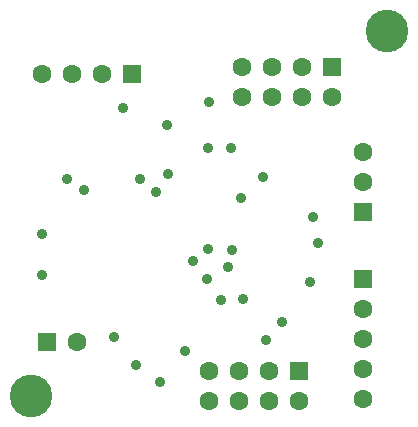
<source format=gbs>
G04*
G04 #@! TF.GenerationSoftware,Altium Limited,Altium Designer,20.2.6 (244)*
G04*
G04 Layer_Color=16711935*
%FSLAX25Y25*%
%MOIN*%
G70*
G04*
G04 #@! TF.SameCoordinates,009D9B9B-B68C-4BF6-A67E-57AE18EDBAF9*
G04*
G04*
G04 #@! TF.FilePolarity,Negative*
G04*
G01*
G75*
%ADD34R,0.06306X0.06306*%
%ADD35C,0.06306*%
%ADD36R,0.06306X0.06306*%
%ADD37C,0.14179*%
%ADD38C,0.03550*%
D34*
X131500Y78900D02*
D03*
X131300Y56500D02*
D03*
D35*
X131500Y88900D02*
D03*
Y98900D02*
D03*
X110100Y16100D02*
D03*
X100100Y26100D02*
D03*
Y16100D02*
D03*
X90100Y26100D02*
D03*
Y16100D02*
D03*
X80100Y26100D02*
D03*
Y16100D02*
D03*
X120900Y117200D02*
D03*
X110900Y127200D02*
D03*
Y117200D02*
D03*
X100900Y127200D02*
D03*
Y117200D02*
D03*
X90900Y127200D02*
D03*
Y117200D02*
D03*
X36000Y35500D02*
D03*
X131300Y16500D02*
D03*
Y26500D02*
D03*
Y36500D02*
D03*
Y46500D02*
D03*
X24300Y125100D02*
D03*
X34300D02*
D03*
X44300D02*
D03*
D36*
X110100Y26100D02*
D03*
X120900Y127200D02*
D03*
X26000Y35500D02*
D03*
X54300Y125100D02*
D03*
D37*
X20800Y17800D02*
D03*
X139300Y139200D02*
D03*
D38*
X113832Y55768D02*
D03*
X116400Y68700D02*
D03*
X114800Y77300D02*
D03*
X51300Y113800D02*
D03*
X38500Y86300D02*
D03*
X32764Y90100D02*
D03*
X24400Y71800D02*
D03*
Y57900D02*
D03*
X48400Y37400D02*
D03*
X63600Y22293D02*
D03*
X71900Y32600D02*
D03*
X99100Y36300D02*
D03*
X104409Y42191D02*
D03*
X91300Y49900D02*
D03*
X83900Y49500D02*
D03*
X74805Y62773D02*
D03*
X79700Y66702D02*
D03*
X79500Y56700D02*
D03*
X86400Y60500D02*
D03*
X87700Y66300D02*
D03*
X90676Y83724D02*
D03*
X97900Y90800D02*
D03*
X57000Y90000D02*
D03*
X62400Y85500D02*
D03*
X66500Y91500D02*
D03*
X87500Y100300D02*
D03*
X79700Y100200D02*
D03*
X65900Y108000D02*
D03*
X79900Y115800D02*
D03*
X55700Y28000D02*
D03*
M02*

</source>
